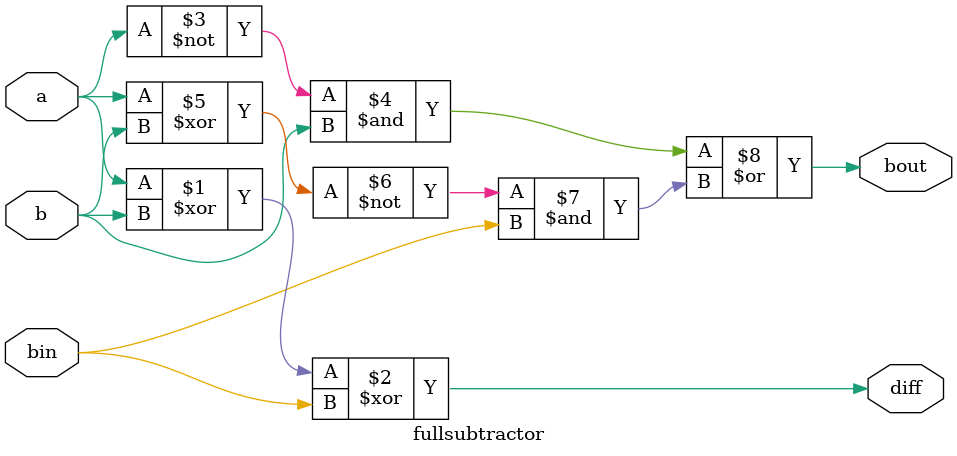
<source format=v>
`timescale 1ns / 1ps


module fullsubtractor(
    input a,
    input b,
    input bin,
    output diff,
    output bout
    );
    assign diff=a^b^bin;
    assign bout=(~a&b)|((~(a^b))&bin);
endmodule

</source>
